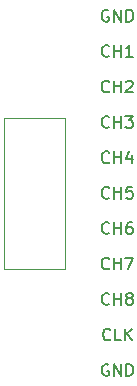
<source format=gbr>
%TF.GenerationSoftware,KiCad,Pcbnew,(6.0.5)*%
%TF.CreationDate,2022-05-17T08:31:02+02:00*%
%TF.ProjectId,logic-breakout,6c6f6769-632d-4627-9265-616b6f75742e,rev?*%
%TF.SameCoordinates,Original*%
%TF.FileFunction,Legend,Top*%
%TF.FilePolarity,Positive*%
%FSLAX46Y46*%
G04 Gerber Fmt 4.6, Leading zero omitted, Abs format (unit mm)*
G04 Created by KiCad (PCBNEW (6.0.5)) date 2022-05-17 08:31:02*
%MOMM*%
%LPD*%
G01*
G04 APERTURE LIST*
%ADD10C,0.150000*%
%ADD11C,0.120000*%
G04 APERTURE END LIST*
D10*
%TO.C,J5*%
X156809523Y-87357142D02*
X156761904Y-87404761D01*
X156619047Y-87452380D01*
X156523809Y-87452380D01*
X156380952Y-87404761D01*
X156285714Y-87309523D01*
X156238095Y-87214285D01*
X156190476Y-87023809D01*
X156190476Y-86880952D01*
X156238095Y-86690476D01*
X156285714Y-86595238D01*
X156380952Y-86500000D01*
X156523809Y-86452380D01*
X156619047Y-86452380D01*
X156761904Y-86500000D01*
X156809523Y-86547619D01*
X157238095Y-87452380D02*
X157238095Y-86452380D01*
X157238095Y-86928571D02*
X157809523Y-86928571D01*
X157809523Y-87452380D02*
X157809523Y-86452380D01*
X158714285Y-86785714D02*
X158714285Y-87452380D01*
X158476190Y-86404761D02*
X158238095Y-87119047D01*
X158857142Y-87119047D01*
%TO.C,J6*%
X156809523Y-90357142D02*
X156761904Y-90404761D01*
X156619047Y-90452380D01*
X156523809Y-90452380D01*
X156380952Y-90404761D01*
X156285714Y-90309523D01*
X156238095Y-90214285D01*
X156190476Y-90023809D01*
X156190476Y-89880952D01*
X156238095Y-89690476D01*
X156285714Y-89595238D01*
X156380952Y-89500000D01*
X156523809Y-89452380D01*
X156619047Y-89452380D01*
X156761904Y-89500000D01*
X156809523Y-89547619D01*
X157238095Y-90452380D02*
X157238095Y-89452380D01*
X157238095Y-89928571D02*
X157809523Y-89928571D01*
X157809523Y-90452380D02*
X157809523Y-89452380D01*
X158761904Y-89452380D02*
X158285714Y-89452380D01*
X158238095Y-89928571D01*
X158285714Y-89880952D01*
X158380952Y-89833333D01*
X158619047Y-89833333D01*
X158714285Y-89880952D01*
X158761904Y-89928571D01*
X158809523Y-90023809D01*
X158809523Y-90261904D01*
X158761904Y-90357142D01*
X158714285Y-90404761D01*
X158619047Y-90452380D01*
X158380952Y-90452380D01*
X158285714Y-90404761D01*
X158238095Y-90357142D01*
%TO.C,J9*%
X156809523Y-99357142D02*
X156761904Y-99404761D01*
X156619047Y-99452380D01*
X156523809Y-99452380D01*
X156380952Y-99404761D01*
X156285714Y-99309523D01*
X156238095Y-99214285D01*
X156190476Y-99023809D01*
X156190476Y-98880952D01*
X156238095Y-98690476D01*
X156285714Y-98595238D01*
X156380952Y-98500000D01*
X156523809Y-98452380D01*
X156619047Y-98452380D01*
X156761904Y-98500000D01*
X156809523Y-98547619D01*
X157238095Y-99452380D02*
X157238095Y-98452380D01*
X157238095Y-98928571D02*
X157809523Y-98928571D01*
X157809523Y-99452380D02*
X157809523Y-98452380D01*
X158428571Y-98880952D02*
X158333333Y-98833333D01*
X158285714Y-98785714D01*
X158238095Y-98690476D01*
X158238095Y-98642857D01*
X158285714Y-98547619D01*
X158333333Y-98500000D01*
X158428571Y-98452380D01*
X158619047Y-98452380D01*
X158714285Y-98500000D01*
X158761904Y-98547619D01*
X158809523Y-98642857D01*
X158809523Y-98690476D01*
X158761904Y-98785714D01*
X158714285Y-98833333D01*
X158619047Y-98880952D01*
X158428571Y-98880952D01*
X158333333Y-98928571D01*
X158285714Y-98976190D01*
X158238095Y-99071428D01*
X158238095Y-99261904D01*
X158285714Y-99357142D01*
X158333333Y-99404761D01*
X158428571Y-99452380D01*
X158619047Y-99452380D01*
X158714285Y-99404761D01*
X158761904Y-99357142D01*
X158809523Y-99261904D01*
X158809523Y-99071428D01*
X158761904Y-98976190D01*
X158714285Y-98928571D01*
X158619047Y-98880952D01*
%TO.C,J10*%
X156904761Y-102357142D02*
X156857142Y-102404761D01*
X156714285Y-102452380D01*
X156619047Y-102452380D01*
X156476190Y-102404761D01*
X156380952Y-102309523D01*
X156333333Y-102214285D01*
X156285714Y-102023809D01*
X156285714Y-101880952D01*
X156333333Y-101690476D01*
X156380952Y-101595238D01*
X156476190Y-101500000D01*
X156619047Y-101452380D01*
X156714285Y-101452380D01*
X156857142Y-101500000D01*
X156904761Y-101547619D01*
X157809523Y-102452380D02*
X157333333Y-102452380D01*
X157333333Y-101452380D01*
X158142857Y-102452380D02*
X158142857Y-101452380D01*
X158714285Y-102452380D02*
X158285714Y-101880952D01*
X158714285Y-101452380D02*
X158142857Y-102023809D01*
%TO.C,J2*%
X156809523Y-78357142D02*
X156761904Y-78404761D01*
X156619047Y-78452380D01*
X156523809Y-78452380D01*
X156380952Y-78404761D01*
X156285714Y-78309523D01*
X156238095Y-78214285D01*
X156190476Y-78023809D01*
X156190476Y-77880952D01*
X156238095Y-77690476D01*
X156285714Y-77595238D01*
X156380952Y-77500000D01*
X156523809Y-77452380D01*
X156619047Y-77452380D01*
X156761904Y-77500000D01*
X156809523Y-77547619D01*
X157238095Y-78452380D02*
X157238095Y-77452380D01*
X157238095Y-77928571D02*
X157809523Y-77928571D01*
X157809523Y-78452380D02*
X157809523Y-77452380D01*
X158809523Y-78452380D02*
X158238095Y-78452380D01*
X158523809Y-78452380D02*
X158523809Y-77452380D01*
X158428571Y-77595238D01*
X158333333Y-77690476D01*
X158238095Y-77738095D01*
%TO.C,J7*%
X156809523Y-93357142D02*
X156761904Y-93404761D01*
X156619047Y-93452380D01*
X156523809Y-93452380D01*
X156380952Y-93404761D01*
X156285714Y-93309523D01*
X156238095Y-93214285D01*
X156190476Y-93023809D01*
X156190476Y-92880952D01*
X156238095Y-92690476D01*
X156285714Y-92595238D01*
X156380952Y-92500000D01*
X156523809Y-92452380D01*
X156619047Y-92452380D01*
X156761904Y-92500000D01*
X156809523Y-92547619D01*
X157238095Y-93452380D02*
X157238095Y-92452380D01*
X157238095Y-92928571D02*
X157809523Y-92928571D01*
X157809523Y-93452380D02*
X157809523Y-92452380D01*
X158714285Y-92452380D02*
X158523809Y-92452380D01*
X158428571Y-92500000D01*
X158380952Y-92547619D01*
X158285714Y-92690476D01*
X158238095Y-92880952D01*
X158238095Y-93261904D01*
X158285714Y-93357142D01*
X158333333Y-93404761D01*
X158428571Y-93452380D01*
X158619047Y-93452380D01*
X158714285Y-93404761D01*
X158761904Y-93357142D01*
X158809523Y-93261904D01*
X158809523Y-93023809D01*
X158761904Y-92928571D01*
X158714285Y-92880952D01*
X158619047Y-92833333D01*
X158428571Y-92833333D01*
X158333333Y-92880952D01*
X158285714Y-92928571D01*
X158238095Y-93023809D01*
%TO.C,J12*%
X156738095Y-74510000D02*
X156642857Y-74462380D01*
X156500000Y-74462380D01*
X156357142Y-74510000D01*
X156261904Y-74605238D01*
X156214285Y-74700476D01*
X156166666Y-74890952D01*
X156166666Y-75033809D01*
X156214285Y-75224285D01*
X156261904Y-75319523D01*
X156357142Y-75414761D01*
X156500000Y-75462380D01*
X156595238Y-75462380D01*
X156738095Y-75414761D01*
X156785714Y-75367142D01*
X156785714Y-75033809D01*
X156595238Y-75033809D01*
X157214285Y-75462380D02*
X157214285Y-74462380D01*
X157785714Y-75462380D01*
X157785714Y-74462380D01*
X158261904Y-75462380D02*
X158261904Y-74462380D01*
X158500000Y-74462380D01*
X158642857Y-74510000D01*
X158738095Y-74605238D01*
X158785714Y-74700476D01*
X158833333Y-74890952D01*
X158833333Y-75033809D01*
X158785714Y-75224285D01*
X158738095Y-75319523D01*
X158642857Y-75414761D01*
X158500000Y-75462380D01*
X158261904Y-75462380D01*
%TO.C,J3*%
X156809523Y-81357142D02*
X156761904Y-81404761D01*
X156619047Y-81452380D01*
X156523809Y-81452380D01*
X156380952Y-81404761D01*
X156285714Y-81309523D01*
X156238095Y-81214285D01*
X156190476Y-81023809D01*
X156190476Y-80880952D01*
X156238095Y-80690476D01*
X156285714Y-80595238D01*
X156380952Y-80500000D01*
X156523809Y-80452380D01*
X156619047Y-80452380D01*
X156761904Y-80500000D01*
X156809523Y-80547619D01*
X157238095Y-81452380D02*
X157238095Y-80452380D01*
X157238095Y-80928571D02*
X157809523Y-80928571D01*
X157809523Y-81452380D02*
X157809523Y-80452380D01*
X158238095Y-80547619D02*
X158285714Y-80500000D01*
X158380952Y-80452380D01*
X158619047Y-80452380D01*
X158714285Y-80500000D01*
X158761904Y-80547619D01*
X158809523Y-80642857D01*
X158809523Y-80738095D01*
X158761904Y-80880952D01*
X158190476Y-81452380D01*
X158809523Y-81452380D01*
%TO.C,J4*%
X156809523Y-84357142D02*
X156761904Y-84404761D01*
X156619047Y-84452380D01*
X156523809Y-84452380D01*
X156380952Y-84404761D01*
X156285714Y-84309523D01*
X156238095Y-84214285D01*
X156190476Y-84023809D01*
X156190476Y-83880952D01*
X156238095Y-83690476D01*
X156285714Y-83595238D01*
X156380952Y-83500000D01*
X156523809Y-83452380D01*
X156619047Y-83452380D01*
X156761904Y-83500000D01*
X156809523Y-83547619D01*
X157238095Y-84452380D02*
X157238095Y-83452380D01*
X157238095Y-83928571D02*
X157809523Y-83928571D01*
X157809523Y-84452380D02*
X157809523Y-83452380D01*
X158190476Y-83452380D02*
X158809523Y-83452380D01*
X158476190Y-83833333D01*
X158619047Y-83833333D01*
X158714285Y-83880952D01*
X158761904Y-83928571D01*
X158809523Y-84023809D01*
X158809523Y-84261904D01*
X158761904Y-84357142D01*
X158714285Y-84404761D01*
X158619047Y-84452380D01*
X158333333Y-84452380D01*
X158238095Y-84404761D01*
X158190476Y-84357142D01*
%TO.C,J8*%
X156809523Y-96357142D02*
X156761904Y-96404761D01*
X156619047Y-96452380D01*
X156523809Y-96452380D01*
X156380952Y-96404761D01*
X156285714Y-96309523D01*
X156238095Y-96214285D01*
X156190476Y-96023809D01*
X156190476Y-95880952D01*
X156238095Y-95690476D01*
X156285714Y-95595238D01*
X156380952Y-95500000D01*
X156523809Y-95452380D01*
X156619047Y-95452380D01*
X156761904Y-95500000D01*
X156809523Y-95547619D01*
X157238095Y-96452380D02*
X157238095Y-95452380D01*
X157238095Y-95928571D02*
X157809523Y-95928571D01*
X157809523Y-96452380D02*
X157809523Y-95452380D01*
X158190476Y-95452380D02*
X158857142Y-95452380D01*
X158428571Y-96452380D01*
%TO.C,J11*%
X156738095Y-104510000D02*
X156642857Y-104462380D01*
X156500000Y-104462380D01*
X156357142Y-104510000D01*
X156261904Y-104605238D01*
X156214285Y-104700476D01*
X156166666Y-104890952D01*
X156166666Y-105033809D01*
X156214285Y-105224285D01*
X156261904Y-105319523D01*
X156357142Y-105414761D01*
X156500000Y-105462380D01*
X156595238Y-105462380D01*
X156738095Y-105414761D01*
X156785714Y-105367142D01*
X156785714Y-105033809D01*
X156595238Y-105033809D01*
X157214285Y-105462380D02*
X157214285Y-104462380D01*
X157785714Y-105462380D01*
X157785714Y-104462380D01*
X158261904Y-105462380D02*
X158261904Y-104462380D01*
X158500000Y-104462380D01*
X158642857Y-104510000D01*
X158738095Y-104605238D01*
X158785714Y-104700476D01*
X158833333Y-104890952D01*
X158833333Y-105033809D01*
X158785714Y-105224285D01*
X158738095Y-105319523D01*
X158642857Y-105414761D01*
X158500000Y-105462380D01*
X158261904Y-105462380D01*
D11*
%TO.C,J1*%
X147905000Y-96405000D02*
X147905000Y-83585000D01*
X153105000Y-96405000D02*
X147905000Y-96405000D01*
X153105000Y-83585000D02*
X147905000Y-83585000D01*
X153105000Y-96405000D02*
X153105000Y-83585000D01*
%TD*%
M02*

</source>
